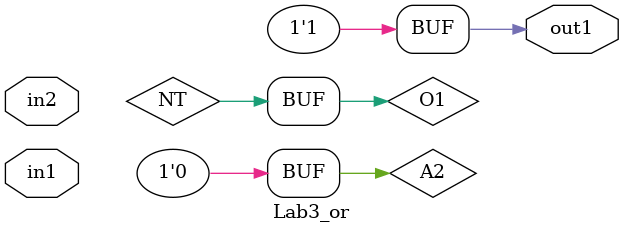
<source format=v>
/***************************************************************************  
 ***                                                                     ***  
 ***    ECE 526L      Adrian Amarilla Gomez, Fall, 2024                  ***  
 ***                                                                     ***  
 ***    LAB3                                                             ***  
 ***                                                                     ***  
 ***************************************************************************  
 ***    Filename: mux4_1.v Created by Adrian, Date 09/19/2024            ***  
 ***    --- Code documentation - 09/22/2024 ---                          ***  
 ***************************************************************************  
 ***    This module models the circuit required on the part 2 of lab3    ***
 ***************************************************************************/
`timescale 1ns/100ps

`define PRIMARY_OUT     5   //ns (Primary outputs)`
`define FAN_OUT_1       0.5 //ns (one output fanout)
`define FAN_OUT_2       1   //ns (two output fanout)
`define FAN_OUT_3       1.5 //ns (three output fanout)
`define TIME_DELAY_1    1   //ns (one input gates)
`define TIME_DELAY_2    2   //ns (two input gates)
`define TIME_DELAY_3    4   //ns (three input gates)
`define TIME_DELAY_4    5   //ns (four input gates)

//Module definition
module Lab3_or (in1, in2, out1);
    //IO declaration
    input in1, in2;
    output out1;
    //Wires for interconections
    wire NT, A1, A2;
    //Gate level design
    not #(`TIME_DELAY_1 + `FAN_OUT_3) NOT1(NT, in1);
    and #(`TIME_DELAY_2 + `FAN_OUT_1) AND1(A1, in2, in1);
    and #(`TIME_DELAY_2 + `FAN_OUT_1) AND2(A2, in1, NT);
    or  #(`TIME_DELAY_2 + `FAN_OUT_1) OR1(O1,NT,A2);
    nand #(`TIME_DELAY_4 + `PRIMARY_OUT) NAND1(out1, NT, A1, A2, O1);
    
endmodule
</source>
